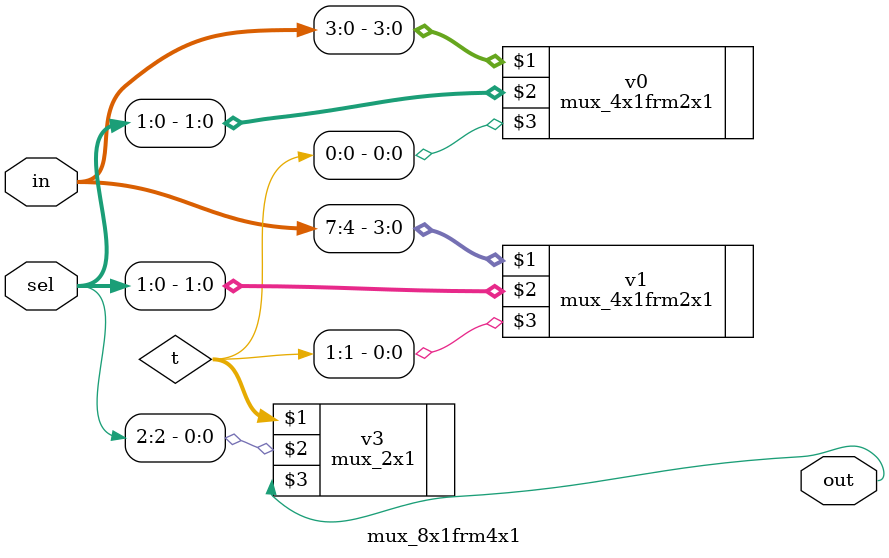
<source format=v>
`timescale 1ns / 1ps
module mux_8x1frm4x1(in,sel,out);
input[7:0]in;
input[2:0]sel;
output out;
wire [1:0]t;

mux_4x1frm2x1 v0(in[3:0],sel[1:0],t[0]);
mux_4x1frm2x1 v1(in[7:4],sel[1:0],t[1]);
mux_2x1 v3(t,sel[2],out);

endmodule

</source>
